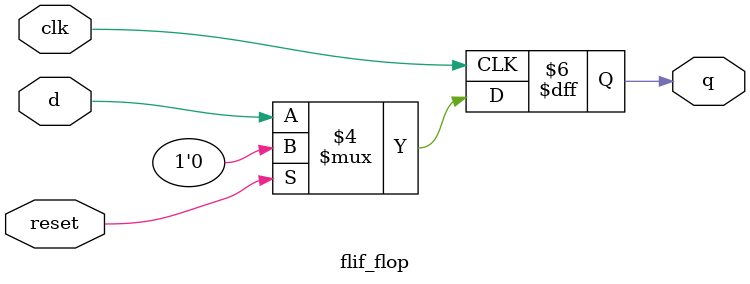
<source format=v>
module flif_flop (clk,reset, q, d);
input clk, reset, d;
output q;
reg q;
  	  	 
always @ (posedge clk )
begin
  if (reset == 1) begin
    q <= 0;
  end else begin
    q <= d;
  end
end
  	  	 
endmodule

</source>
